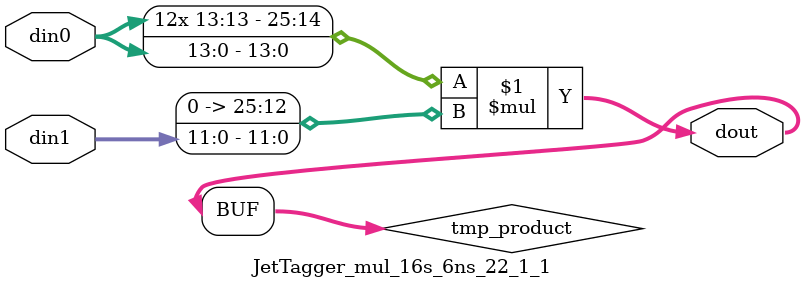
<source format=v>

`timescale 1 ns / 1 ps

  module JetTagger_mul_16s_6ns_22_1_1(din0, din1, dout);
parameter ID = 1;
parameter NUM_STAGE = 0;
parameter din0_WIDTH = 14;
parameter din1_WIDTH = 12;
parameter dout_WIDTH = 26;

input [din0_WIDTH - 1 : 0] din0; 
input [din1_WIDTH - 1 : 0] din1; 
output [dout_WIDTH - 1 : 0] dout;

wire signed [dout_WIDTH - 1 : 0] tmp_product;












assign tmp_product = $signed(din0) * $signed({1'b0, din1});









assign dout = tmp_product;







endmodule

</source>
